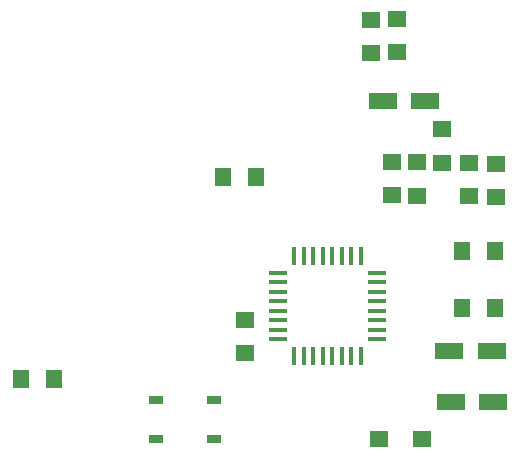
<source format=gbr>
G04 DipTrace 2.4.0.2*
%INTopPaste.gbr*%
%MOIN*%
%ADD61R,0.0512X0.0276*%
%ADD63R,0.0118X0.0591*%
%ADD65R,0.0591X0.0118*%
%ADD79R,0.063X0.0583*%
%ADD81R,0.0945X0.0551*%
%ADD83R,0.063X0.0551*%
%ADD85R,0.0551X0.063*%
%FSLAX44Y44*%
G04*
G70*
G90*
G75*
G01*
%LNTopPaste*%
%LPD*%
D85*
X24110Y11081D3*
X25212D3*
X24110Y9175D3*
X25212D3*
D83*
X16866Y7683D3*
Y8786D3*
D81*
X23685Y7737D3*
X25102D3*
D83*
X21764Y14060D3*
Y12958D3*
X22611Y12936D3*
Y14039D3*
X25245Y12900D3*
Y14002D3*
D85*
X16134Y13568D3*
X17236D3*
D81*
X22886Y16091D3*
X21469D3*
X23732Y6053D3*
X25149D3*
D79*
X21338Y4809D3*
X22787D3*
D83*
X21937Y18813D3*
Y17711D3*
X24348Y12931D3*
Y14034D3*
D85*
X10500Y6813D3*
X9397D3*
D83*
X21064Y18792D3*
Y17690D3*
X23443Y14035D3*
Y15137D3*
D65*
X21279Y8148D3*
Y8463D3*
Y8778D3*
Y9093D3*
Y9408D3*
Y9723D3*
Y10038D3*
Y10353D3*
D63*
X20727Y10904D3*
X20412D3*
X20097D3*
X19783D3*
X19468D3*
X19153D3*
X18838D3*
X18523D3*
D65*
X17972Y10353D3*
Y10038D3*
Y9723D3*
Y9408D3*
Y9093D3*
Y8778D3*
Y8463D3*
Y8148D3*
D63*
X18523Y7597D3*
X18838D3*
X19153D3*
X19468D3*
X19783D3*
X20097D3*
X20412D3*
X20727D3*
D61*
X13922Y6117D3*
Y4818D3*
X15851D3*
Y6117D3*
M02*

</source>
